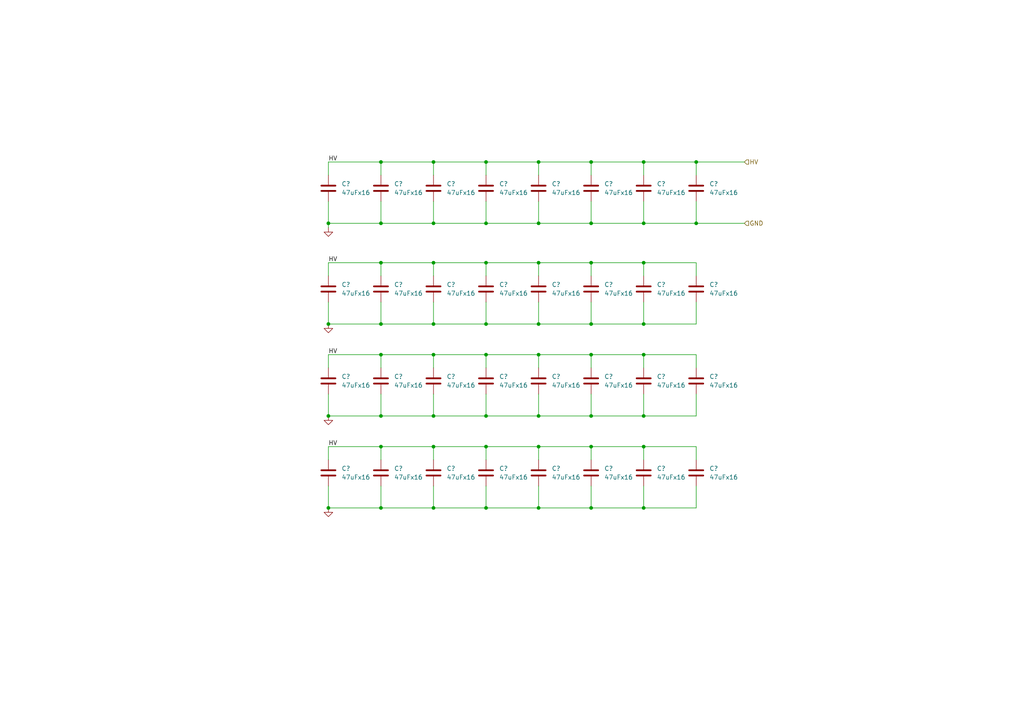
<source format=kicad_sch>
(kicad_sch (version 20231120) (generator "eeschema") (generator_version "8.0")
  (paper "A4")
  (lib_symbols
    (symbol "Device:C" (pin_numbers hide) (pin_names (offset 0.254))
      (property "Reference" "C" (at 0.635 2.54 0))
      (property "Value" "C" (at 0.635 -2.54 0))
      (symbol "C_0_1"
        (polyline (pts (xy -2.032 -0.762) (xy 2.032 -0.762)) (stroke (width 0.508)))
        (polyline (pts (xy -2.032 0.762) (xy 2.032 0.762)) (stroke (width 0.508)))
      )
      (symbol "C_1_1"
        (pin passive line (at 0 3.81 270) (length 2.794) (name "~") (number "1"))
        (pin passive line (at 0 -3.81 90) (length 2.794) (name "~") (number "2"))
      )
    )
    (symbol "power:GND" (power) (pin_names (offset 0))
      (property "Value" "GND" (at 0 -3.81 0))
      (symbol "GND_0_1"
        (polyline (pts (xy 0 0) (xy 0 -1.27) (xy 1.27 -1.27) (xy 0 -2.54) (xy -1.27 -1.27) (xy 0 -1.27)))
      )
      (symbol "GND_1_1"
        (pin power_in line (at 0 0 270) (length 0) hide (name "GND") (number "1"))
      )
    )
  )
  (junction (at 201.93 64.77))
  (junction (at 156.21 64.77))
  (junction (at 186.69 46.99))
  (junction (at 95.25 93.98))
  (junction (at 186.69 102.87))
  (junction (at 140.97 120.65))
  (junction (at 171.45 64.77))
  (junction (at 140.97 147.32))
  (junction (at 125.73 102.87))
  (junction (at 171.45 147.32))
  (junction (at 156.21 93.98))
  (junction (at 125.73 76.2))
  (junction (at 95.25 64.77))
  (junction (at 110.49 129.54))
  (junction (at 95.25 147.32))
  (junction (at 171.45 120.65))
  (junction (at 110.49 46.99))
  (junction (at 156.21 120.65))
  (junction (at 110.49 64.77))
  (junction (at 110.49 93.98))
  (junction (at 125.73 147.32))
  (junction (at 156.21 129.54))
  (junction (at 140.97 93.98))
  (junction (at 171.45 93.98))
  (junction (at 201.93 46.99))
  (junction (at 156.21 147.32))
  (junction (at 95.25 120.65))
  (junction (at 186.69 76.2))
  (junction (at 171.45 46.99))
  (junction (at 171.45 102.87))
  (junction (at 125.73 93.98))
  (junction (at 186.69 120.65))
  (junction (at 140.97 76.2))
  (junction (at 140.97 129.54))
  (junction (at 125.73 129.54))
  (junction (at 171.45 76.2))
  (junction (at 186.69 64.77))
  (junction (at 156.21 102.87))
  (junction (at 156.21 46.99))
  (junction (at 186.69 93.98))
  (junction (at 186.69 147.32))
  (junction (at 110.49 147.32))
  (junction (at 110.49 120.65))
  (junction (at 110.49 102.87))
  (junction (at 156.21 76.2))
  (junction (at 125.73 46.99))
  (junction (at 110.49 76.2))
  (junction (at 140.97 64.77))
  (junction (at 171.45 129.54))
  (junction (at 140.97 46.99))
  (junction (at 140.97 102.87))
  (junction (at 125.73 64.77))
  (junction (at 186.69 129.54))
  (junction (at 125.73 120.65))
  (wire (pts (xy 140.97 102.87) (xy 140.97 106.68)))
  (wire (pts (xy 201.93 102.87) (xy 201.93 106.68)))
  (wire (pts (xy 110.49 140.97) (xy 110.49 147.32)))
  (wire (pts (xy 156.21 46.99) (xy 156.21 50.8)))
  (wire (pts (xy 186.69 46.99) (xy 186.69 50.8)))
  (wire (pts (xy 171.45 93.98) (xy 186.69 93.98)))
  (wire (pts (xy 125.73 102.87) (xy 125.73 106.68)))
  (wire (pts (xy 186.69 46.99) (xy 201.93 46.99)))
  (wire (pts (xy 110.49 46.99) (xy 125.73 46.99)))
  (wire (pts (xy 110.49 114.3) (xy 110.49 120.65)))
  (wire (pts (xy 95.25 46.99) (xy 110.49 46.99)))
  (wire (pts (xy 156.21 114.3) (xy 156.21 120.65)))
  (wire (pts (xy 140.97 76.2) (xy 140.97 80.01)))
  (wire (pts (xy 171.45 147.32) (xy 186.69 147.32)))
  (wire (pts (xy 171.45 46.99) (xy 186.69 46.99)))
  (wire (pts (xy 110.49 46.99) (xy 110.49 50.8)))
  (wire (pts (xy 110.49 129.54) (xy 125.73 129.54)))
  (wire (pts (xy 186.69 58.42) (xy 186.69 64.77)))
  (wire (pts (xy 95.25 147.32) (xy 110.49 147.32)))
  (wire (pts (xy 110.49 93.98) (xy 125.73 93.98)))
  (wire (pts (xy 140.97 64.77) (xy 156.21 64.77)))
  (wire (pts (xy 140.97 114.3) (xy 140.97 120.65)))
  (wire (pts (xy 186.69 114.3) (xy 186.69 120.65)))
  (wire (pts (xy 95.25 87.63) (xy 95.25 93.98)))
  (wire (pts (xy 110.49 87.63) (xy 110.49 93.98)))
  (wire (pts (xy 125.73 129.54) (xy 125.73 133.35)))
  (wire (pts (xy 140.97 46.99) (xy 156.21 46.99)))
  (wire (pts (xy 186.69 102.87) (xy 201.93 102.87)))
  (wire (pts (xy 201.93 140.97) (xy 201.93 147.32)))
  (wire (pts (xy 201.93 114.3) (xy 201.93 120.65)))
  (wire (pts (xy 186.69 87.63) (xy 186.69 93.98)))
  (wire (pts (xy 95.25 80.01) (xy 95.25 76.2)))
  (wire (pts (xy 140.97 147.32) (xy 156.21 147.32)))
  (wire (pts (xy 95.25 133.35) (xy 95.25 129.54)))
  (wire (pts (xy 95.25 120.65) (xy 110.49 120.65)))
  (wire (pts (xy 186.69 76.2) (xy 201.93 76.2)))
  (wire (pts (xy 171.45 58.42) (xy 171.45 64.77)))
  (wire (pts (xy 95.25 140.97) (xy 95.25 147.32)))
  (wire (pts (xy 140.97 87.63) (xy 140.97 93.98)))
  (wire (pts (xy 140.97 140.97) (xy 140.97 147.32)))
  (wire (pts (xy 201.93 64.77) (xy 215.9 64.77)))
  (wire (pts (xy 125.73 46.99) (xy 140.97 46.99)))
  (wire (pts (xy 125.73 58.42) (xy 125.73 64.77)))
  (wire (pts (xy 171.45 129.54) (xy 171.45 133.35)))
  (wire (pts (xy 140.97 129.54) (xy 156.21 129.54)))
  (wire (pts (xy 201.93 46.99) (xy 215.9 46.99)))
  (wire (pts (xy 125.73 64.77) (xy 140.97 64.77)))
  (wire (pts (xy 95.25 64.77) (xy 110.49 64.77)))
  (wire (pts (xy 156.21 140.97) (xy 156.21 147.32)))
  (wire (pts (xy 110.49 129.54) (xy 110.49 133.35)))
  (wire (pts (xy 171.45 102.87) (xy 171.45 106.68)))
  (wire (pts (xy 110.49 64.77) (xy 125.73 64.77)))
  (wire (pts (xy 125.73 147.32) (xy 140.97 147.32)))
  (wire (pts (xy 171.45 87.63) (xy 171.45 93.98)))
  (wire (pts (xy 95.25 129.54) (xy 110.49 129.54)))
  (wire (pts (xy 95.25 106.68) (xy 95.25 102.87)))
  (wire (pts (xy 110.49 76.2) (xy 110.49 80.01)))
  (wire (pts (xy 171.45 129.54) (xy 186.69 129.54)))
  (wire (pts (xy 156.21 120.65) (xy 171.45 120.65)))
  (wire (pts (xy 156.21 76.2) (xy 156.21 80.01)))
  (wire (pts (xy 186.69 64.77) (xy 201.93 64.77)))
  (wire (pts (xy 95.25 50.8) (xy 95.25 46.99)))
  (wire (pts (xy 201.93 76.2) (xy 201.93 80.01)))
  (wire (pts (xy 156.21 46.99) (xy 171.45 46.99)))
  (wire (pts (xy 110.49 102.87) (xy 110.49 106.68)))
  (wire (pts (xy 171.45 114.3) (xy 171.45 120.65)))
  (wire (pts (xy 156.21 76.2) (xy 171.45 76.2)))
  (wire (pts (xy 156.21 147.32) (xy 171.45 147.32)))
  (wire (pts (xy 140.97 120.65) (xy 156.21 120.65)))
  (wire (pts (xy 186.69 129.54) (xy 186.69 133.35)))
  (wire (pts (xy 110.49 76.2) (xy 125.73 76.2)))
  (wire (pts (xy 125.73 87.63) (xy 125.73 93.98)))
  (wire (pts (xy 125.73 129.54) (xy 140.97 129.54)))
  (wire (pts (xy 125.73 120.65) (xy 140.97 120.65)))
  (wire (pts (xy 95.25 114.3) (xy 95.25 120.65)))
  (wire (pts (xy 95.25 64.77) (xy 95.25 66.04)))
  (wire (pts (xy 156.21 87.63) (xy 156.21 93.98)))
  (wire (pts (xy 125.73 140.97) (xy 125.73 147.32)))
  (wire (pts (xy 140.97 102.87) (xy 156.21 102.87)))
  (wire (pts (xy 95.25 76.2) (xy 110.49 76.2)))
  (wire (pts (xy 171.45 64.77) (xy 186.69 64.77)))
  (wire (pts (xy 110.49 102.87) (xy 125.73 102.87)))
  (wire (pts (xy 156.21 102.87) (xy 156.21 106.68)))
  (wire (pts (xy 110.49 147.32) (xy 125.73 147.32)))
  (wire (pts (xy 110.49 120.65) (xy 125.73 120.65)))
  (wire (pts (xy 140.97 76.2) (xy 156.21 76.2)))
  (wire (pts (xy 201.93 58.42) (xy 201.93 64.77)))
  (wire (pts (xy 201.93 46.99) (xy 201.93 50.8)))
  (wire (pts (xy 171.45 46.99) (xy 171.45 50.8)))
  (wire (pts (xy 156.21 129.54) (xy 171.45 129.54)))
  (wire (pts (xy 156.21 58.42) (xy 156.21 64.77)))
  (wire (pts (xy 125.73 114.3) (xy 125.73 120.65)))
  (wire (pts (xy 156.21 93.98) (xy 171.45 93.98)))
  (wire (pts (xy 95.25 58.42) (xy 95.25 64.77)))
  (wire (pts (xy 156.21 129.54) (xy 156.21 133.35)))
  (wire (pts (xy 140.97 58.42) (xy 140.97 64.77)))
  (wire (pts (xy 186.69 140.97) (xy 186.69 147.32)))
  (wire (pts (xy 201.93 120.65) (xy 186.69 120.65)))
  (wire (pts (xy 171.45 76.2) (xy 171.45 80.01)))
  (wire (pts (xy 201.93 93.98) (xy 186.69 93.98)))
  (wire (pts (xy 171.45 140.97) (xy 171.45 147.32)))
  (wire (pts (xy 125.73 102.87) (xy 140.97 102.87)))
  (wire (pts (xy 186.69 129.54) (xy 201.93 129.54)))
  (wire (pts (xy 125.73 46.99) (xy 125.73 50.8)))
  (wire (pts (xy 156.21 102.87) (xy 171.45 102.87)))
  (wire (pts (xy 125.73 93.98) (xy 140.97 93.98)))
  (wire (pts (xy 156.21 64.77) (xy 171.45 64.77)))
  (wire (pts (xy 171.45 102.87) (xy 186.69 102.87)))
  (wire (pts (xy 110.49 58.42) (xy 110.49 64.77)))
  (wire (pts (xy 186.69 102.87) (xy 186.69 106.68)))
  (wire (pts (xy 201.93 147.32) (xy 186.69 147.32)))
  (wire (pts (xy 140.97 129.54) (xy 140.97 133.35)))
  (wire (pts (xy 125.73 76.2) (xy 140.97 76.2)))
  (wire (pts (xy 186.69 76.2) (xy 186.69 80.01)))
  (wire (pts (xy 171.45 76.2) (xy 186.69 76.2)))
  (wire (pts (xy 140.97 46.99) (xy 140.97 50.8)))
  (wire (pts (xy 201.93 129.54) (xy 201.93 133.35)))
  (wire (pts (xy 171.45 120.65) (xy 186.69 120.65)))
  (wire (pts (xy 125.73 76.2) (xy 125.73 80.01)))
  (wire (pts (xy 95.25 93.98) (xy 110.49 93.98)))
  (wire (pts (xy 140.97 93.98) (xy 156.21 93.98)))
  (wire (pts (xy 201.93 87.63) (xy 201.93 93.98)))
  (wire (pts (xy 95.25 102.87) (xy 110.49 102.87)))
  (label "HV" (at 95.25 102.87 0))
  (label "HV" (at 95.25 46.99 0))
  (label "HV" (at 95.25 129.54 0))
  (label "HV" (at 95.25 76.2 0))
  (hierarchical_label "GND" (shape input) (at 215.9 64.77 0))
  (hierarchical_label "HV" (shape input) (at 215.9 46.99 0))
  (symbol (lib_id "Device:C") (at 95.25 83.82 180) (unit 1)
    (property "Reference" "C?" (at 99.06 82.5499 0) (effects (justify right)))
    (property "Value" "47uFx16" (at 99.06 85.0899 0) (effects (justify right)))
    (property "Footprint" "Capacitor_SMD:C_1210_3225Metric" (effects (hide yes)))
    (instances (project "Kampela" (path "" (reference "C?") (unit 1))) (project "Kampela_G5" (path "" (reference "C8") (unit 1))))
  )
  (symbol (lib_id "Device:C") (at 140.97 110.49 180) (unit 1)
    (property "Reference" "C?" (at 144.78 109.2199 0) (effects (justify right)))
    (property "Value" "47uFx16" (at 144.78 111.7599 0) (effects (justify right)))
    (property "Footprint" "Capacitor_SMD:C_1210_3225Metric" (effects (hide yes)))
    (instances (project "Kampela" (path "" (reference "C?") (unit 1))) (project "Kampela_G5" (path "" (reference "C65") (unit 1))))
  )
  (symbol (lib_id "Device:C") (at 140.97 83.82 180) (unit 1)
    (property "Reference" "C?" (at 144.78 82.5499 0) (effects (justify right)))
    (property "Value" "47uFx16" (at 144.78 85.0899 0) (effects (justify right)))
    (property "Footprint" "Capacitor_SMD:C_1210_3225Metric" (effects (hide yes)))
    (instances (project "Kampela" (path "" (reference "C?") (unit 1))) (project "Kampela_G5" (path "" (reference "C63") (unit 1))))
  )
  (symbol (lib_id "Device:C") (at 186.69 110.49 180) (unit 1)
    (property "Reference" "C?" (at 190.5 109.2199 0) (effects (justify right)))
    (property "Value" "47uFx16" (at 190.5 111.7599 0) (effects (justify right)))
    (property "Footprint" "Capacitor_SMD:C_1210_3225Metric" (effects (hide yes)))
    (instances (project "Kampela" (path "" (reference "C?") (unit 1))) (project "Kampela_G5" (path "" (reference "C79") (unit 1))))
  )
  (symbol (lib_id "Device:C") (at 186.69 137.16 180) (unit 1)
    (property "Reference" "C?" (at 190.5 135.8899 0) (effects (justify right)))
    (property "Value" "47uFx16" (at 190.5 138.4299 0) (effects (justify right)))
    (property "Footprint" "Capacitor_SMD:C_1210_3225Metric" (effects (hide yes)))
    (instances (project "Kampela" (path "" (reference "C?") (unit 1))) (project "Kampela_G5" (path "" (reference "C81") (unit 1))))
  )
  (symbol (lib_id "Device:C") (at 125.73 83.82 180) (unit 1)
    (property "Reference" "C?" (at 129.54 82.5499 0) (effects (justify right)))
    (property "Value" "47uFx16" (at 129.54 85.0899 0) (effects (justify right)))
    (property "Footprint" "Capacitor_SMD:C_1210_3225Metric" (effects (hide yes)))
    (instances (project "Kampela" (path "" (reference "C?") (unit 1))) (project "Kampela_G5" (path "" (reference "C59") (unit 1))))
  )
  (symbol (lib_id "power:GND") (at 95.25 93.98 0) (mirror y) (unit 1)
    (property "Reference" "#PWR?" (effects (hide yes)))
    (property "Value" "GND" (effects (hide yes)))
    (instances (project "Kampela" (path "" (reference "#PWR?") (unit 1))) (project "Kampela_G5" (path "" (reference "#PWR098") (unit 1))))
  )
  (symbol (lib_id "Device:C") (at 95.25 137.16 180) (unit 1)
    (property "Reference" "C?" (at 99.06 135.8899 0) (effects (justify right)))
    (property "Value" "47uFx16" (at 99.06 138.4299 0) (effects (justify right)))
    (property "Footprint" "Capacitor_SMD:C_1210_3225Metric" (effects (hide yes)))
    (instances (project "Kampela" (path "" (reference "C?") (unit 1))) (project "Kampela_G5" (path "" (reference "C11") (unit 1))))
  )
  (symbol (lib_id "Device:C") (at 140.97 137.16 180) (unit 1)
    (property "Reference" "C?" (at 144.78 135.8899 0) (effects (justify right)))
    (property "Value" "47uFx16" (at 144.78 138.4299 0) (effects (justify right)))
    (property "Footprint" "Capacitor_SMD:C_1210_3225Metric" (effects (hide yes)))
    (instances (project "Kampela" (path "" (reference "C?") (unit 1))) (project "Kampela_G5" (path "" (reference "C66") (unit 1))))
  )
  (symbol (lib_id "Device:C") (at 125.73 110.49 180) (unit 1)
    (property "Reference" "C?" (at 129.54 109.2199 0) (effects (justify right)))
    (property "Value" "47uFx16" (at 129.54 111.7599 0) (effects (justify right)))
    (property "Footprint" "Capacitor_SMD:C_1210_3225Metric" (effects (hide yes)))
    (instances (project "Kampela" (path "" (reference "C?") (unit 1))) (project "Kampela_G5" (path "" (reference "C60") (unit 1))))
  )
  (symbol (lib_id "Device:C") (at 171.45 137.16 180) (unit 1)
    (property "Reference" "C?" (at 175.26 135.8899 0) (effects (justify right)))
    (property "Value" "47uFx16" (at 175.26 138.4299 0) (effects (justify right)))
    (property "Footprint" "Capacitor_SMD:C_1210_3225Metric" (effects (hide yes)))
    (instances (project "Kampela" (path "" (reference "C?") (unit 1))) (project "Kampela_G5" (path "" (reference "C76") (unit 1))))
  )
  (symbol (lib_id "power:GND") (at 95.25 66.04 0) (mirror y) (unit 1)
    (property "Reference" "#PWR?" (effects (hide yes)))
    (property "Value" "GND" (effects (hide yes)))
    (instances (project "Kampela" (path "" (reference "#PWR?") (unit 1))) (project "Kampela_G5" (path "" (reference "#PWR023") (unit 1))))
  )
  (symbol (lib_id "power:GND") (at 95.25 147.32 0) (mirror y) (unit 1)
    (property "Reference" "#PWR?" (effects (hide yes)))
    (property "Value" "GND" (effects (hide yes)))
    (instances (project "Kampela" (path "" (reference "#PWR?") (unit 1))) (project "Kampela_G5" (path "" (reference "#PWR0100") (unit 1))))
  )
  (symbol (lib_id "Device:C") (at 156.21 110.49 180) (unit 1)
    (property "Reference" "C?" (at 160.02 109.2199 0) (effects (justify right)))
    (property "Value" "47uFx16" (at 160.02 111.7599 0) (effects (justify right)))
    (property "Footprint" "Capacitor_SMD:C_1210_3225Metric" (effects (hide yes)))
    (instances (project "Kampela" (path "" (reference "C?") (unit 1))) (project "Kampela_G5" (path "" (reference "C69") (unit 1))))
  )
  (symbol (lib_id "Device:C") (at 110.49 54.61 180) (unit 1)
    (property "Reference" "C?" (at 114.3 53.3399 0) (effects (justify right)))
    (property "Value" "47uFx16" (at 114.3 55.8799 0) (effects (justify right)))
    (property "Footprint" "Capacitor_SMD:C_1210_3225Metric" (effects (hide yes)))
    (instances (project "Kampela" (path "" (reference "C?") (unit 1))) (project "Kampela_G5" (path "" (reference "C13") (unit 1))))
  )
  (symbol (lib_id "Device:C") (at 201.93 137.16 180) (unit 1)
    (property "Reference" "C?" (at 205.74 135.8899 0) (effects (justify right)))
    (property "Value" "47uFx16" (at 205.74 138.4299 0) (effects (justify right)))
    (property "Footprint" "Capacitor_SMD:C_1210_3225Metric" (effects (hide yes)))
    (instances (project "Kampela" (path "" (reference "C?") (unit 1))) (project "Kampela_G5" (path "" (reference "C85") (unit 1))))
  )
  (symbol (lib_id "Device:C") (at 95.25 54.61 180) (unit 1)
    (property "Reference" "C?" (at 99.06 53.3399 0) (effects (justify right)))
    (property "Value" "47uFx16" (at 99.06 55.8799 0) (effects (justify right)))
    (property "Footprint" "Capacitor_SMD:C_1210_3225Metric" (effects (hide yes)))
    (instances (project "Kampela" (path "" (reference "C?") (unit 1))) (project "Kampela_G5" (path "" (reference "C6") (unit 1))))
  )
  (symbol (lib_id "Device:C") (at 95.25 110.49 180) (unit 1)
    (property "Reference" "C?" (at 99.06 109.2199 0) (effects (justify right)))
    (property "Value" "47uFx16" (at 99.06 111.7599 0) (effects (justify right)))
    (property "Footprint" "Capacitor_SMD:C_1210_3225Metric" (effects (hide yes)))
    (instances (project "Kampela" (path "" (reference "C?") (unit 1))) (project "Kampela_G5" (path "" (reference "C10") (unit 1))))
  )
  (symbol (lib_id "Device:C") (at 201.93 54.61 180) (unit 1)
    (property "Reference" "C?" (at 205.74 53.3399 0) (effects (justify right)))
    (property "Value" "47uFx16" (at 205.74 55.8799 0) (effects (justify right)))
    (property "Footprint" "Capacitor_SMD:C_1210_3225Metric" (effects (hide yes)))
    (instances (project "Kampela" (path "" (reference "C?") (unit 1))) (project "Kampela_G5" (path "" (reference "C82") (unit 1))))
  )
  (symbol (lib_id "Device:C") (at 140.97 54.61 180) (unit 1)
    (property "Reference" "C?" (at 144.78 53.3399 0) (effects (justify right)))
    (property "Value" "47uFx16" (at 144.78 55.8799 0) (effects (justify right)))
    (property "Footprint" "Capacitor_SMD:C_1210_3225Metric" (effects (hide yes)))
    (instances (project "Kampela" (path "" (reference "C?") (unit 1))) (project "Kampela_G5" (path "" (reference "C62") (unit 1))))
  )
  (symbol (lib_id "Device:C") (at 156.21 83.82 180) (unit 1)
    (property "Reference" "C?" (at 160.02 82.5499 0) (effects (justify right)))
    (property "Value" "47uFx16" (at 160.02 85.0899 0) (effects (justify right)))
    (property "Footprint" "Capacitor_SMD:C_1210_3225Metric" (effects (hide yes)))
    (instances (project "Kampela" (path "" (reference "C?") (unit 1))) (project "Kampela_G5" (path "" (reference "C68") (unit 1))))
  )
  (symbol (lib_id "Device:C") (at 156.21 54.61 180) (unit 1)
    (property "Reference" "C?" (at 160.02 53.3399 0) (effects (justify right)))
    (property "Value" "47uFx16" (at 160.02 55.8799 0) (effects (justify right)))
    (property "Footprint" "Capacitor_SMD:C_1210_3225Metric" (effects (hide yes)))
    (instances (project "Kampela" (path "" (reference "C?") (unit 1))) (project "Kampela_G5" (path "" (reference "C67") (unit 1))))
  )
  (symbol (lib_id "Device:C") (at 171.45 83.82 180) (unit 1)
    (property "Reference" "C?" (at 175.26 82.5499 0) (effects (justify right)))
    (property "Value" "47uFx16" (at 175.26 85.0899 0) (effects (justify right)))
    (property "Footprint" "Capacitor_SMD:C_1210_3225Metric" (effects (hide yes)))
    (instances (project "Kampela" (path "" (reference "C?") (unit 1))) (project "Kampela_G5" (path "" (reference "C74") (unit 1))))
  )
  (symbol (lib_id "Device:C") (at 201.93 83.82 180) (unit 1)
    (property "Reference" "C?" (at 205.74 82.5499 0) (effects (justify right)))
    (property "Value" "47uFx16" (at 205.74 85.0899 0) (effects (justify right)))
    (property "Footprint" "Capacitor_SMD:C_1210_3225Metric" (effects (hide yes)))
    (instances (project "Kampela" (path "" (reference "C?") (unit 1))) (project "Kampela_G5" (path "" (reference "C83") (unit 1))))
  )
  (symbol (lib_id "Device:C") (at 110.49 110.49 180) (unit 1)
    (property "Reference" "C?" (at 114.3 109.2199 0) (effects (justify right)))
    (property "Value" "47uFx16" (at 114.3 111.7599 0) (effects (justify right)))
    (property "Footprint" "Capacitor_SMD:C_1210_3225Metric" (effects (hide yes)))
    (instances (project "Kampela" (path "" (reference "C?") (unit 1))) (project "Kampela_G5" (path "" (reference "C17") (unit 1))))
  )
  (symbol (lib_id "Device:C") (at 171.45 54.61 180) (unit 1)
    (property "Reference" "C?" (at 175.26 53.3399 0) (effects (justify right)))
    (property "Value" "47uFx16" (at 175.26 55.8799 0) (effects (justify right)))
    (property "Footprint" "Capacitor_SMD:C_1210_3225Metric" (effects (hide yes)))
    (instances (project "Kampela" (path "" (reference "C?") (unit 1))) (project "Kampela_G5" (path "" (reference "C71") (unit 1))))
  )
  (symbol (lib_id "Device:C") (at 156.21 137.16 180) (unit 1)
    (property "Reference" "C?" (at 160.02 135.8899 0) (effects (justify right)))
    (property "Value" "47uFx16" (at 160.02 138.4299 0) (effects (justify right)))
    (property "Footprint" "Capacitor_SMD:C_1210_3225Metric" (effects (hide yes)))
    (instances (project "Kampela" (path "" (reference "C?") (unit 1))) (project "Kampela_G5" (path "" (reference "C70") (unit 1))))
  )
  (symbol (lib_id "Device:C") (at 186.69 83.82 180) (unit 1)
    (property "Reference" "C?" (at 190.5 82.5499 0) (effects (justify right)))
    (property "Value" "47uFx16" (at 190.5 85.0899 0) (effects (justify right)))
    (property "Footprint" "Capacitor_SMD:C_1210_3225Metric" (effects (hide yes)))
    (instances (project "Kampela" (path "" (reference "C?") (unit 1))) (project "Kampela_G5" (path "" (reference "C78") (unit 1))))
  )
  (symbol (lib_id "power:GND") (at 95.25 120.65 0) (mirror y) (unit 1)
    (property "Reference" "#PWR?" (effects (hide yes)))
    (property "Value" "GND" (effects (hide yes)))
    (instances (project "Kampela" (path "" (reference "#PWR?") (unit 1))) (project "Kampela_G5" (path "" (reference "#PWR099") (unit 1))))
  )
  (symbol (lib_id "Device:C") (at 125.73 137.16 180) (unit 1)
    (property "Reference" "C?" (at 129.54 135.8899 0) (effects (justify right)))
    (property "Value" "47uFx16" (at 129.54 138.4299 0) (effects (justify right)))
    (property "Footprint" "Capacitor_SMD:C_1210_3225Metric" (effects (hide yes)))
    (instances (project "Kampela" (path "" (reference "C?") (unit 1))) (project "Kampela_G5" (path "" (reference "C61") (unit 1))))
  )
  (symbol (lib_id "Device:C") (at 110.49 83.82 180) (unit 1)
    (property "Reference" "C?" (at 114.3 82.5499 0) (effects (justify right)))
    (property "Value" "47uFx16" (at 114.3 85.0899 0) (effects (justify right)))
    (property "Footprint" "Capacitor_SMD:C_1210_3225Metric" (effects (hide yes)))
    (instances (project "Kampela" (path "" (reference "C?") (unit 1))) (project "Kampela_G5" (path "" (reference "C15") (unit 1))))
  )
  (symbol (lib_id "Device:C") (at 171.45 110.49 180) (unit 1)
    (property "Reference" "C?" (at 175.26 109.2199 0) (effects (justify right)))
    (property "Value" "47uFx16" (at 175.26 111.7599 0) (effects (justify right)))
    (property "Footprint" "Capacitor_SMD:C_1210_3225Metric" (effects (hide yes)))
    (instances (project "Kampela" (path "" (reference "C?") (unit 1))) (project "Kampela_G5" (path "" (reference "C75") (unit 1))))
  )
  (symbol (lib_id "Device:C") (at 110.49 137.16 180) (unit 1)
    (property "Reference" "C?" (at 114.3 135.8899 0) (effects (justify right)))
    (property "Value" "47uFx16" (at 114.3 138.4299 0) (effects (justify right)))
    (property "Footprint" "Capacitor_SMD:C_1210_3225Metric" (effects (hide yes)))
    (instances (project "Kampela" (path "" (reference "C?") (unit 1))) (project "Kampela_G5" (path "" (reference "C19") (unit 1))))
  )
  (symbol (lib_id "Device:C") (at 201.93 110.49 180) (unit 1)
    (property "Reference" "C?" (at 205.74 109.2199 0) (effects (justify right)))
    (property "Value" "47uFx16" (at 205.74 111.7599 0) (effects (justify right)))
    (property "Footprint" "Capacitor_SMD:C_1210_3225Metric" (effects (hide yes)))
    (instances (project "Kampela" (path "" (reference "C?") (unit 1))) (project "Kampela_G5" (path "" (reference "C84") (unit 1))))
  )
  (symbol (lib_id "Device:C") (at 186.69 54.61 180) (unit 1)
    (property "Reference" "C?" (at 190.5 53.3399 0) (effects (justify right)))
    (property "Value" "47uFx16" (at 190.5 55.8799 0) (effects (justify right)))
    (property "Footprint" "Capacitor_SMD:C_1210_3225Metric" (effects (hide yes)))
    (instances (project "Kampela" (path "" (reference "C?") (unit 1))) (project "Kampela_G5" (path "" (reference "C77") (unit 1))))
  )
  (symbol (lib_id "Device:C") (at 125.73 54.61 180) (unit 1)
    (property "Reference" "C?" (at 129.54 53.3399 0) (effects (justify right)))
    (property "Value" "47uFx16" (at 129.54 55.8799 0) (effects (justify right)))
    (property "Footprint" "Capacitor_SMD:C_1210_3225Metric" (effects (hide yes)))
    (instances (project "Kampela" (path "" (reference "C?") (unit 1))) (project "Kampela_G5" (path "" (reference "C58") (unit 1))))
  )
)
</source>
